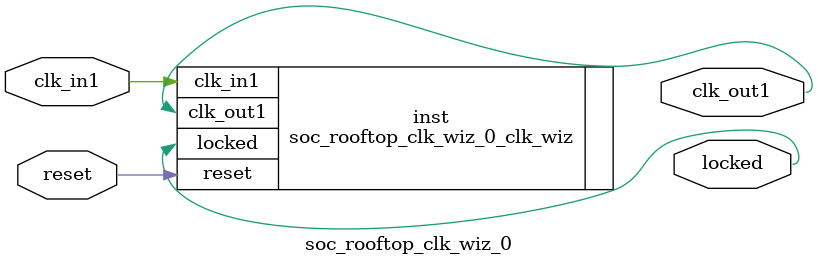
<source format=v>


`timescale 1ps/1ps

(* CORE_GENERATION_INFO = "soc_rooftop_clk_wiz_0,clk_wiz_v6_0_15_0_0,{component_name=soc_rooftop_clk_wiz_0,use_phase_alignment=true,use_min_o_jitter=false,use_max_i_jitter=false,use_dyn_phase_shift=false,use_inclk_switchover=false,use_dyn_reconfig=false,enable_axi=0,feedback_source=FDBK_AUTO,PRIMITIVE=MMCM,num_out_clk=1,clkin1_period=10.000,clkin2_period=10.000,use_power_down=false,use_reset=true,use_locked=true,use_inclk_stopped=false,feedback_type=SINGLE,CLOCK_MGR_TYPE=NA,manual_override=false}" *)

module soc_rooftop_clk_wiz_0 
 (
  // Clock out ports
  output        clk_out1,
  // Status and control signals
  input         reset,
  output        locked,
 // Clock in ports
  input         clk_in1
 );

  soc_rooftop_clk_wiz_0_clk_wiz inst
  (
  // Clock out ports  
  .clk_out1(clk_out1),
  // Status and control signals               
  .reset(reset), 
  .locked(locked),
 // Clock in ports
  .clk_in1(clk_in1)
  );

endmodule

</source>
